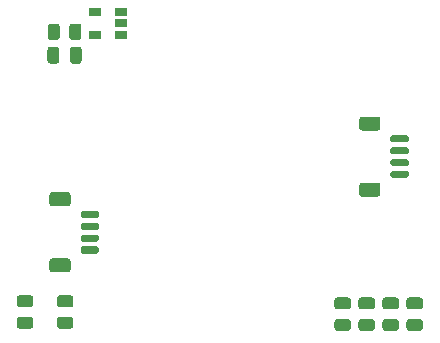
<source format=gtp>
G04 #@! TF.GenerationSoftware,KiCad,Pcbnew,(5.1.12)-1*
G04 #@! TF.CreationDate,2021-12-05T18:21:47-06:00*
G04 #@! TF.ProjectId,PicoFightingBoard,5069636f-4669-4676-9874-696e67426f61,rev?*
G04 #@! TF.SameCoordinates,Original*
G04 #@! TF.FileFunction,Paste,Top*
G04 #@! TF.FilePolarity,Positive*
%FSLAX46Y46*%
G04 Gerber Fmt 4.6, Leading zero omitted, Abs format (unit mm)*
G04 Created by KiCad (PCBNEW (5.1.12)-1) date 2021-12-05 18:21:47*
%MOMM*%
%LPD*%
G01*
G04 APERTURE LIST*
%ADD10R,1.060000X0.650000*%
G04 APERTURE END LIST*
D10*
X120276800Y-91272400D03*
X120276800Y-90322400D03*
X120276800Y-89372400D03*
X118076800Y-89372400D03*
X118076800Y-91272400D03*
G36*
G01*
X138614998Y-113510000D02*
X139515002Y-113510000D01*
G75*
G02*
X139765000Y-113759998I0J-249998D01*
G01*
X139765000Y-114285002D01*
G75*
G02*
X139515002Y-114535000I-249998J0D01*
G01*
X138614998Y-114535000D01*
G75*
G02*
X138365000Y-114285002I0J249998D01*
G01*
X138365000Y-113759998D01*
G75*
G02*
X138614998Y-113510000I249998J0D01*
G01*
G37*
G36*
G01*
X138614998Y-115335000D02*
X139515002Y-115335000D01*
G75*
G02*
X139765000Y-115584998I0J-249998D01*
G01*
X139765000Y-116110002D01*
G75*
G02*
X139515002Y-116360000I-249998J0D01*
G01*
X138614998Y-116360000D01*
G75*
G02*
X138365000Y-116110002I0J249998D01*
G01*
X138365000Y-115584998D01*
G75*
G02*
X138614998Y-115335000I249998J0D01*
G01*
G37*
G36*
G01*
X140646998Y-115335000D02*
X141547002Y-115335000D01*
G75*
G02*
X141797000Y-115584998I0J-249998D01*
G01*
X141797000Y-116110002D01*
G75*
G02*
X141547002Y-116360000I-249998J0D01*
G01*
X140646998Y-116360000D01*
G75*
G02*
X140397000Y-116110002I0J249998D01*
G01*
X140397000Y-115584998D01*
G75*
G02*
X140646998Y-115335000I249998J0D01*
G01*
G37*
G36*
G01*
X140646998Y-113510000D02*
X141547002Y-113510000D01*
G75*
G02*
X141797000Y-113759998I0J-249998D01*
G01*
X141797000Y-114285002D01*
G75*
G02*
X141547002Y-114535000I-249998J0D01*
G01*
X140646998Y-114535000D01*
G75*
G02*
X140397000Y-114285002I0J249998D01*
G01*
X140397000Y-113759998D01*
G75*
G02*
X140646998Y-113510000I249998J0D01*
G01*
G37*
G36*
G01*
X142678998Y-113510000D02*
X143579002Y-113510000D01*
G75*
G02*
X143829000Y-113759998I0J-249998D01*
G01*
X143829000Y-114285002D01*
G75*
G02*
X143579002Y-114535000I-249998J0D01*
G01*
X142678998Y-114535000D01*
G75*
G02*
X142429000Y-114285002I0J249998D01*
G01*
X142429000Y-113759998D01*
G75*
G02*
X142678998Y-113510000I249998J0D01*
G01*
G37*
G36*
G01*
X142678998Y-115335000D02*
X143579002Y-115335000D01*
G75*
G02*
X143829000Y-115584998I0J-249998D01*
G01*
X143829000Y-116110002D01*
G75*
G02*
X143579002Y-116360000I-249998J0D01*
G01*
X142678998Y-116360000D01*
G75*
G02*
X142429000Y-116110002I0J249998D01*
G01*
X142429000Y-115584998D01*
G75*
G02*
X142678998Y-115335000I249998J0D01*
G01*
G37*
G36*
G01*
X144710998Y-115335000D02*
X145611002Y-115335000D01*
G75*
G02*
X145861000Y-115584998I0J-249998D01*
G01*
X145861000Y-116110002D01*
G75*
G02*
X145611002Y-116360000I-249998J0D01*
G01*
X144710998Y-116360000D01*
G75*
G02*
X144461000Y-116110002I0J249998D01*
G01*
X144461000Y-115584998D01*
G75*
G02*
X144710998Y-115335000I249998J0D01*
G01*
G37*
G36*
G01*
X144710998Y-113510000D02*
X145611002Y-113510000D01*
G75*
G02*
X145861000Y-113759998I0J-249998D01*
G01*
X145861000Y-114285002D01*
G75*
G02*
X145611002Y-114535000I-249998J0D01*
G01*
X144710998Y-114535000D01*
G75*
G02*
X144461000Y-114285002I0J249998D01*
G01*
X144461000Y-113759998D01*
G75*
G02*
X144710998Y-113510000I249998J0D01*
G01*
G37*
G36*
G01*
X115782001Y-105800800D02*
X114481999Y-105800800D01*
G75*
G02*
X114232000Y-105550801I0J249999D01*
G01*
X114232000Y-104850799D01*
G75*
G02*
X114481999Y-104600800I249999J0D01*
G01*
X115782001Y-104600800D01*
G75*
G02*
X116032000Y-104850799I0J-249999D01*
G01*
X116032000Y-105550801D01*
G75*
G02*
X115782001Y-105800800I-249999J0D01*
G01*
G37*
G36*
G01*
X115782001Y-111400800D02*
X114481999Y-111400800D01*
G75*
G02*
X114232000Y-111150801I0J249999D01*
G01*
X114232000Y-110450799D01*
G75*
G02*
X114481999Y-110200800I249999J0D01*
G01*
X115782001Y-110200800D01*
G75*
G02*
X116032000Y-110450799I0J-249999D01*
G01*
X116032000Y-111150801D01*
G75*
G02*
X115782001Y-111400800I-249999J0D01*
G01*
G37*
G36*
G01*
X118282000Y-106800800D02*
X117032000Y-106800800D01*
G75*
G02*
X116882000Y-106650800I0J150000D01*
G01*
X116882000Y-106350800D01*
G75*
G02*
X117032000Y-106200800I150000J0D01*
G01*
X118282000Y-106200800D01*
G75*
G02*
X118432000Y-106350800I0J-150000D01*
G01*
X118432000Y-106650800D01*
G75*
G02*
X118282000Y-106800800I-150000J0D01*
G01*
G37*
G36*
G01*
X118282000Y-107800800D02*
X117032000Y-107800800D01*
G75*
G02*
X116882000Y-107650800I0J150000D01*
G01*
X116882000Y-107350800D01*
G75*
G02*
X117032000Y-107200800I150000J0D01*
G01*
X118282000Y-107200800D01*
G75*
G02*
X118432000Y-107350800I0J-150000D01*
G01*
X118432000Y-107650800D01*
G75*
G02*
X118282000Y-107800800I-150000J0D01*
G01*
G37*
G36*
G01*
X118282000Y-108800800D02*
X117032000Y-108800800D01*
G75*
G02*
X116882000Y-108650800I0J150000D01*
G01*
X116882000Y-108350800D01*
G75*
G02*
X117032000Y-108200800I150000J0D01*
G01*
X118282000Y-108200800D01*
G75*
G02*
X118432000Y-108350800I0J-150000D01*
G01*
X118432000Y-108650800D01*
G75*
G02*
X118282000Y-108800800I-150000J0D01*
G01*
G37*
G36*
G01*
X118282000Y-109800800D02*
X117032000Y-109800800D01*
G75*
G02*
X116882000Y-109650800I0J150000D01*
G01*
X116882000Y-109350800D01*
G75*
G02*
X117032000Y-109200800I150000J0D01*
G01*
X118282000Y-109200800D01*
G75*
G02*
X118432000Y-109350800I0J-150000D01*
G01*
X118432000Y-109650800D01*
G75*
G02*
X118282000Y-109800800I-150000J0D01*
G01*
G37*
G36*
G01*
X116944200Y-90583598D02*
X116944200Y-91483602D01*
G75*
G02*
X116694202Y-91733600I-249998J0D01*
G01*
X116169198Y-91733600D01*
G75*
G02*
X115919200Y-91483602I0J249998D01*
G01*
X115919200Y-90583598D01*
G75*
G02*
X116169198Y-90333600I249998J0D01*
G01*
X116694202Y-90333600D01*
G75*
G02*
X116944200Y-90583598I0J-249998D01*
G01*
G37*
G36*
G01*
X115119200Y-90583598D02*
X115119200Y-91483602D01*
G75*
G02*
X114869202Y-91733600I-249998J0D01*
G01*
X114344198Y-91733600D01*
G75*
G02*
X114094200Y-91483602I0J249998D01*
G01*
X114094200Y-90583598D01*
G75*
G02*
X114344198Y-90333600I249998J0D01*
G01*
X114869202Y-90333600D01*
G75*
G02*
X115119200Y-90583598I0J-249998D01*
G01*
G37*
G36*
G01*
X144507500Y-103400000D02*
X143257500Y-103400000D01*
G75*
G02*
X143107500Y-103250000I0J150000D01*
G01*
X143107500Y-102950000D01*
G75*
G02*
X143257500Y-102800000I150000J0D01*
G01*
X144507500Y-102800000D01*
G75*
G02*
X144657500Y-102950000I0J-150000D01*
G01*
X144657500Y-103250000D01*
G75*
G02*
X144507500Y-103400000I-150000J0D01*
G01*
G37*
G36*
G01*
X144507500Y-102400000D02*
X143257500Y-102400000D01*
G75*
G02*
X143107500Y-102250000I0J150000D01*
G01*
X143107500Y-101950000D01*
G75*
G02*
X143257500Y-101800000I150000J0D01*
G01*
X144507500Y-101800000D01*
G75*
G02*
X144657500Y-101950000I0J-150000D01*
G01*
X144657500Y-102250000D01*
G75*
G02*
X144507500Y-102400000I-150000J0D01*
G01*
G37*
G36*
G01*
X144507500Y-101400000D02*
X143257500Y-101400000D01*
G75*
G02*
X143107500Y-101250000I0J150000D01*
G01*
X143107500Y-100950000D01*
G75*
G02*
X143257500Y-100800000I150000J0D01*
G01*
X144507500Y-100800000D01*
G75*
G02*
X144657500Y-100950000I0J-150000D01*
G01*
X144657500Y-101250000D01*
G75*
G02*
X144507500Y-101400000I-150000J0D01*
G01*
G37*
G36*
G01*
X144507500Y-100400000D02*
X143257500Y-100400000D01*
G75*
G02*
X143107500Y-100250000I0J150000D01*
G01*
X143107500Y-99950000D01*
G75*
G02*
X143257500Y-99800000I150000J0D01*
G01*
X144507500Y-99800000D01*
G75*
G02*
X144657500Y-99950000I0J-150000D01*
G01*
X144657500Y-100250000D01*
G75*
G02*
X144507500Y-100400000I-150000J0D01*
G01*
G37*
G36*
G01*
X142007501Y-105000000D02*
X140707499Y-105000000D01*
G75*
G02*
X140457500Y-104750001I0J249999D01*
G01*
X140457500Y-104049999D01*
G75*
G02*
X140707499Y-103800000I249999J0D01*
G01*
X142007501Y-103800000D01*
G75*
G02*
X142257500Y-104049999I0J-249999D01*
G01*
X142257500Y-104750001D01*
G75*
G02*
X142007501Y-105000000I-249999J0D01*
G01*
G37*
G36*
G01*
X142007501Y-99400000D02*
X140707499Y-99400000D01*
G75*
G02*
X140457500Y-99150001I0J249999D01*
G01*
X140457500Y-98449999D01*
G75*
G02*
X140707499Y-98200000I249999J0D01*
G01*
X142007501Y-98200000D01*
G75*
G02*
X142257500Y-98449999I0J-249999D01*
G01*
X142257500Y-99150001D01*
G75*
G02*
X142007501Y-99400000I-249999J0D01*
G01*
G37*
G36*
G01*
X114069200Y-93489800D02*
X114069200Y-92539800D01*
G75*
G02*
X114319200Y-92289800I250000J0D01*
G01*
X114819200Y-92289800D01*
G75*
G02*
X115069200Y-92539800I0J-250000D01*
G01*
X115069200Y-93489800D01*
G75*
G02*
X114819200Y-93739800I-250000J0D01*
G01*
X114319200Y-93739800D01*
G75*
G02*
X114069200Y-93489800I0J250000D01*
G01*
G37*
G36*
G01*
X115969200Y-93489800D02*
X115969200Y-92539800D01*
G75*
G02*
X116219200Y-92289800I250000J0D01*
G01*
X116719200Y-92289800D01*
G75*
G02*
X116969200Y-92539800I0J-250000D01*
G01*
X116969200Y-93489800D01*
G75*
G02*
X116719200Y-93739800I-250000J0D01*
G01*
X116219200Y-93739800D01*
G75*
G02*
X115969200Y-93489800I0J250000D01*
G01*
G37*
G36*
G01*
X112616401Y-114357200D02*
X111716399Y-114357200D01*
G75*
G02*
X111466400Y-114107201I0J249999D01*
G01*
X111466400Y-113582199D01*
G75*
G02*
X111716399Y-113332200I249999J0D01*
G01*
X112616401Y-113332200D01*
G75*
G02*
X112866400Y-113582199I0J-249999D01*
G01*
X112866400Y-114107201D01*
G75*
G02*
X112616401Y-114357200I-249999J0D01*
G01*
G37*
G36*
G01*
X112616401Y-116182200D02*
X111716399Y-116182200D01*
G75*
G02*
X111466400Y-115932201I0J249999D01*
G01*
X111466400Y-115407199D01*
G75*
G02*
X111716399Y-115157200I249999J0D01*
G01*
X112616401Y-115157200D01*
G75*
G02*
X112866400Y-115407199I0J-249999D01*
G01*
X112866400Y-115932201D01*
G75*
G02*
X112616401Y-116182200I-249999J0D01*
G01*
G37*
G36*
G01*
X116020001Y-114357200D02*
X115119999Y-114357200D01*
G75*
G02*
X114870000Y-114107201I0J249999D01*
G01*
X114870000Y-113582199D01*
G75*
G02*
X115119999Y-113332200I249999J0D01*
G01*
X116020001Y-113332200D01*
G75*
G02*
X116270000Y-113582199I0J-249999D01*
G01*
X116270000Y-114107201D01*
G75*
G02*
X116020001Y-114357200I-249999J0D01*
G01*
G37*
G36*
G01*
X116020001Y-116182200D02*
X115119999Y-116182200D01*
G75*
G02*
X114870000Y-115932201I0J249999D01*
G01*
X114870000Y-115407199D01*
G75*
G02*
X115119999Y-115157200I249999J0D01*
G01*
X116020001Y-115157200D01*
G75*
G02*
X116270000Y-115407199I0J-249999D01*
G01*
X116270000Y-115932201D01*
G75*
G02*
X116020001Y-116182200I-249999J0D01*
G01*
G37*
M02*

</source>
